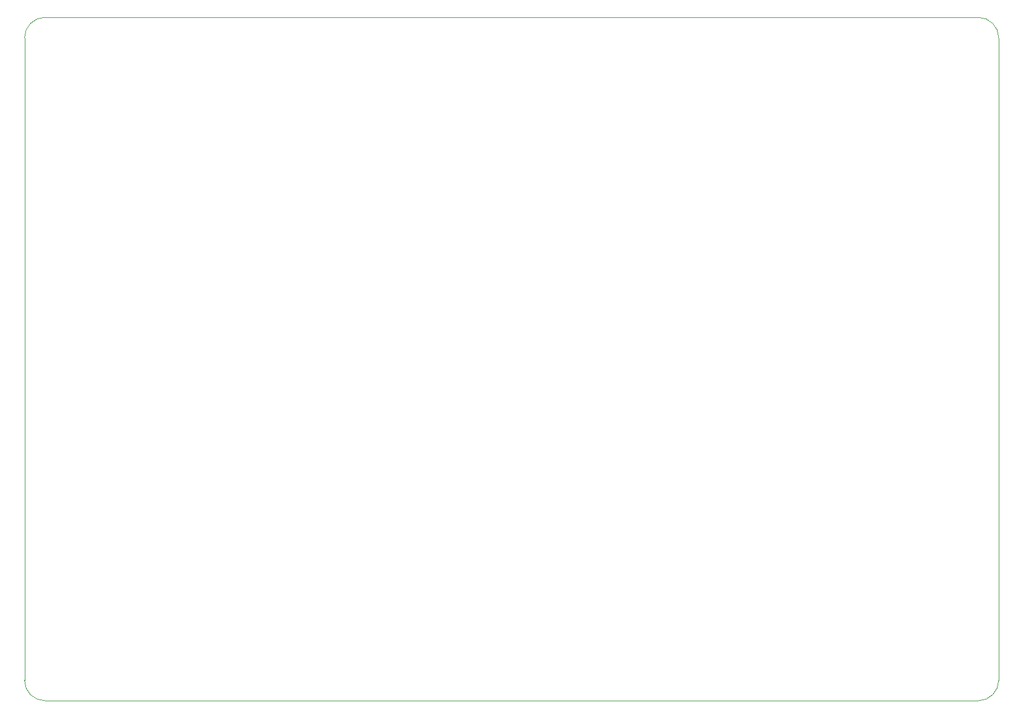
<source format=gm1>
%TF.GenerationSoftware,KiCad,Pcbnew,8.0.6*%
%TF.CreationDate,2025-06-06T13:34:11-05:00*%
%TF.ProjectId,Placa_principal_v2,506c6163-615f-4707-9269-6e636970616c,rev?*%
%TF.SameCoordinates,Original*%
%TF.FileFunction,Profile,NP*%
%FSLAX46Y46*%
G04 Gerber Fmt 4.6, Leading zero omitted, Abs format (unit mm)*
G04 Created by KiCad (PCBNEW 8.0.6) date 2025-06-06 13:34:11*
%MOMM*%
%LPD*%
G01*
G04 APERTURE LIST*
%TA.AperFunction,Profile*%
%ADD10C,0.050000*%
%TD*%
G04 APERTURE END LIST*
D10*
X84320000Y-42320000D02*
G75*
G02*
X87320000Y-39320000I3000000J0D01*
G01*
X224185000Y-39320000D02*
G75*
G02*
X227185000Y-42320000I0J-3000000D01*
G01*
X87320000Y-139565000D02*
G75*
G02*
X84320000Y-136565000I0J3000000D01*
G01*
X227185000Y-136565000D02*
G75*
G02*
X224185000Y-139565000I-3000000J0D01*
G01*
X84320000Y-136565000D02*
X84320000Y-42320000D01*
X227185000Y-42320000D02*
X227185000Y-136565000D01*
X87320000Y-39320000D02*
X224185000Y-39320000D01*
X224185000Y-139565000D02*
X87320000Y-139565000D01*
M02*

</source>
